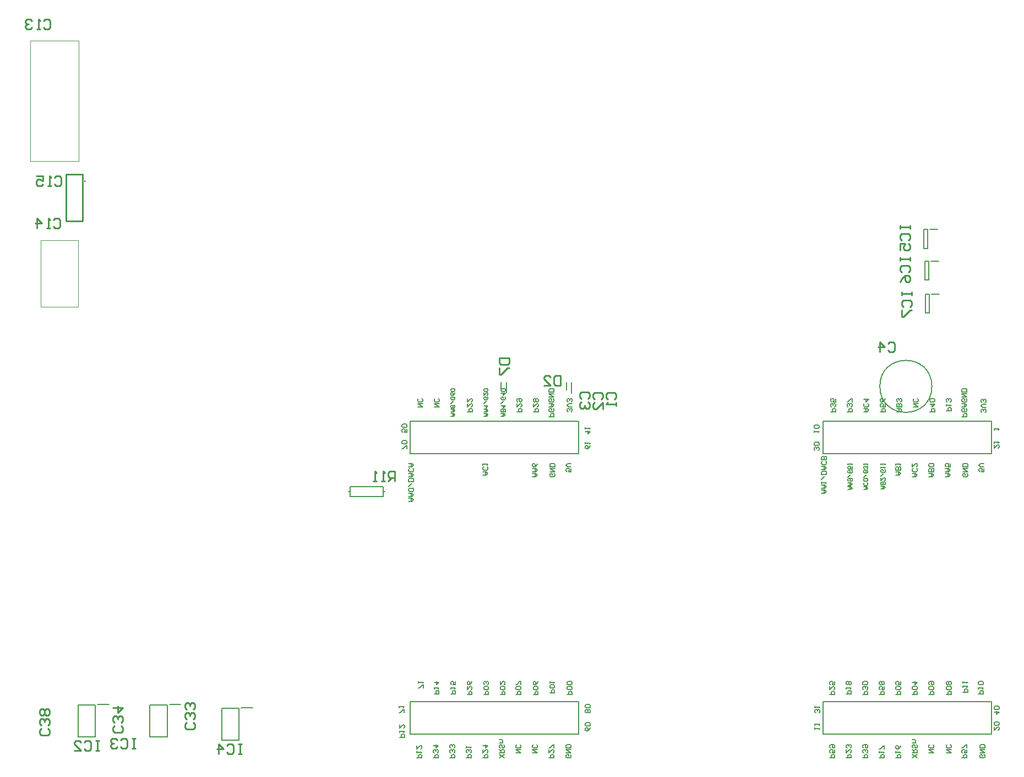
<source format=gbo>
G04*
G04 #@! TF.GenerationSoftware,Altium Limited,Altium Designer,20.0.13 (296)*
G04*
G04 Layer_Color=32896*
%FSLAX24Y24*%
%MOIN*%
G70*
G01*
G75*
%ADD11C,0.0079*%
%ADD12C,0.0039*%
%ADD14C,0.0100*%
%ADD15C,0.0070*%
%ADD102C,0.0060*%
D11*
X55775Y24842D02*
G03*
X55775Y24842I-1575J0D01*
G01*
X34400Y20775D02*
Y22725D01*
X24200Y20775D02*
X34400D01*
X24200Y22725D02*
X34400D01*
X24200Y20775D02*
Y22725D01*
X34400Y3775D02*
Y5725D01*
X24200Y3775D02*
X34400D01*
X24200Y5725D02*
X34400D01*
X24200Y3775D02*
Y5725D01*
X49200Y20775D02*
Y22725D01*
Y20775D02*
X59400D01*
Y22725D01*
X49200D02*
X59400D01*
X49200Y5725D02*
X59400D01*
Y3775D02*
Y5725D01*
X49200Y3775D02*
X59400D01*
X49200D02*
Y5725D01*
X33643Y24614D02*
Y25086D01*
X33957Y24431D02*
Y25086D01*
X29693Y24638D02*
Y25111D01*
X30007Y24455D02*
Y25111D01*
X55664Y34367D02*
X56136D01*
X55526Y33205D02*
Y34347D01*
X55290Y33205D02*
X55526D01*
X55290D02*
Y34347D01*
X55526D01*
X55714Y32441D02*
X56186D01*
X55576Y31279D02*
Y32421D01*
X55340Y31279D02*
X55576D01*
X55340D02*
Y32421D01*
X55576D01*
X55756Y30441D02*
X56228D01*
X55618Y29279D02*
Y30421D01*
X55382Y29279D02*
X55618D01*
X55382D02*
Y30421D01*
X55618D01*
X5259Y5556D02*
X5948D01*
X5122Y3585D02*
Y5515D01*
X4078Y3585D02*
X5122D01*
X4078D02*
Y5515D01*
X5122D01*
X9609Y5556D02*
X10298D01*
X9472Y3585D02*
Y5515D01*
X8428Y3585D02*
X9472D01*
X8428D02*
Y5515D01*
X9472D01*
X13959Y5356D02*
X14648D01*
X13822Y3385D02*
Y5315D01*
X12778Y3385D02*
X13822D01*
X12778D02*
Y5315D01*
X13822D01*
X22550Y18450D02*
X22640D01*
X20460D02*
X20550D01*
X22550D02*
Y18750D01*
X20550D02*
X22550D01*
X20550Y18150D02*
Y18750D01*
Y18150D02*
X22550D01*
Y18450D01*
D12*
X1808Y29649D02*
Y33704D01*
Y29649D02*
X4092D01*
Y33704D01*
X1808D02*
X4092D01*
X1193Y38506D02*
Y45789D01*
Y38506D02*
X4107D01*
Y45789D01*
X1193D02*
X4107D01*
D14*
X4496Y37274D02*
G03*
X4496Y37274I-11J0D01*
G01*
X3358Y37683D02*
X4342D01*
Y34848D02*
Y37683D01*
X3358Y34848D02*
X4342D01*
X3358D02*
Y37683D01*
X6700Y4250D02*
X6800Y4150D01*
Y3950D01*
X6700Y3850D01*
X6300D01*
X6200Y3950D01*
Y4150D01*
X6300Y4250D01*
X6700Y4450D02*
X6800Y4550D01*
Y4750D01*
X6700Y4850D01*
X6600D01*
X6500Y4750D01*
Y4650D01*
Y4750D01*
X6400Y4850D01*
X6300D01*
X6200Y4750D01*
Y4550D01*
X6300Y4450D01*
X6200Y5350D02*
X6800D01*
X6500Y5050D01*
Y5450D01*
X2250Y4100D02*
X2350Y4000D01*
Y3800D01*
X2250Y3700D01*
X1850D01*
X1750Y3800D01*
Y4000D01*
X1850Y4100D01*
X2250Y4300D02*
X2350Y4400D01*
Y4600D01*
X2250Y4700D01*
X2150D01*
X2050Y4600D01*
Y4500D01*
Y4600D01*
X1950Y4700D01*
X1850D01*
X1750Y4600D01*
Y4400D01*
X1850Y4300D01*
X2250Y4900D02*
X2350Y5000D01*
Y5200D01*
X2250Y5300D01*
X2150D01*
X2050Y5200D01*
X1950Y5300D01*
X1850D01*
X1750Y5200D01*
Y5000D01*
X1850Y4900D01*
X1950D01*
X2050Y5000D01*
X2150Y4900D01*
X2250D01*
X2050Y5000D02*
Y5200D01*
X2650Y37500D02*
X2750Y37600D01*
X2950D01*
X3050Y37500D01*
Y37100D01*
X2950Y37000D01*
X2750D01*
X2650Y37100D01*
X2450Y37000D02*
X2250D01*
X2350D01*
Y37600D01*
X2450Y37500D01*
X1550Y37600D02*
X1950D01*
Y37300D01*
X1750Y37400D01*
X1650D01*
X1550Y37300D01*
Y37100D01*
X1650Y37000D01*
X1850D01*
X1950Y37100D01*
X2590Y34920D02*
X2690Y35020D01*
X2890D01*
X2990Y34920D01*
Y34520D01*
X2890Y34420D01*
X2690D01*
X2590Y34520D01*
X2390Y34420D02*
X2190D01*
X2290D01*
Y35020D01*
X2390Y34920D01*
X1590Y34420D02*
Y35020D01*
X1890Y34720D01*
X1490D01*
X1980Y47000D02*
X2080Y47100D01*
X2280D01*
X2380Y47000D01*
Y46600D01*
X2280Y46500D01*
X2080D01*
X1980Y46600D01*
X1780Y46500D02*
X1580D01*
X1680D01*
Y47100D01*
X1780Y47000D01*
X1280D02*
X1180Y47100D01*
X980D01*
X880Y47000D01*
Y46900D01*
X980Y46800D01*
X1080D01*
X980D01*
X880Y46700D01*
Y46600D01*
X980Y46500D01*
X1180D01*
X1280Y46600D01*
X14000Y3150D02*
X13800D01*
X13900D01*
Y2550D01*
X14000D01*
X13800D01*
X13100Y3050D02*
X13200Y3150D01*
X13400D01*
X13500Y3050D01*
Y2650D01*
X13400Y2550D01*
X13200D01*
X13100Y2650D01*
X12600Y2550D02*
Y3150D01*
X12900Y2850D01*
X12500D01*
X53950Y30550D02*
Y30350D01*
Y30450D01*
X54550D01*
Y30550D01*
Y30350D01*
X54050Y29650D02*
X53950Y29750D01*
Y29950D01*
X54050Y30050D01*
X54450D01*
X54550Y29950D01*
Y29750D01*
X54450Y29650D01*
X53950Y29450D02*
Y29050D01*
X54050D01*
X54450Y29450D01*
X54550D01*
X7550Y3500D02*
X7350D01*
X7450D01*
Y2900D01*
X7550D01*
X7350D01*
X6650Y3400D02*
X6750Y3500D01*
X6950D01*
X7050Y3400D01*
Y3000D01*
X6950Y2900D01*
X6750D01*
X6650Y3000D01*
X6450Y3400D02*
X6350Y3500D01*
X6150D01*
X6050Y3400D01*
Y3300D01*
X6150Y3200D01*
X6250D01*
X6150D01*
X6050Y3100D01*
Y3000D01*
X6150Y2900D01*
X6350D01*
X6450Y3000D01*
X53850Y34600D02*
Y34400D01*
Y34500D01*
X54450D01*
Y34600D01*
Y34400D01*
X53950Y33700D02*
X53850Y33800D01*
Y34000D01*
X53950Y34100D01*
X54350D01*
X54450Y34000D01*
Y33800D01*
X54350Y33700D01*
X53850Y33100D02*
Y33500D01*
X54150D01*
X54050Y33300D01*
Y33200D01*
X54150Y33100D01*
X54350D01*
X54450Y33200D01*
Y33400D01*
X54350Y33500D01*
X53850Y32650D02*
Y32450D01*
Y32550D01*
X54450D01*
Y32650D01*
Y32450D01*
X53950Y31750D02*
X53850Y31850D01*
Y32050D01*
X53950Y32150D01*
X54350D01*
X54450Y32050D01*
Y31850D01*
X54350Y31750D01*
X53850Y31150D02*
X53950Y31350D01*
X54150Y31550D01*
X54350D01*
X54450Y31450D01*
Y31250D01*
X54350Y31150D01*
X54250D01*
X54150Y31250D01*
Y31550D01*
X5350Y3350D02*
X5150D01*
X5250D01*
Y2750D01*
X5350D01*
X5150D01*
X4450Y3250D02*
X4550Y3350D01*
X4750D01*
X4850Y3250D01*
Y2850D01*
X4750Y2750D01*
X4550D01*
X4450Y2850D01*
X3850Y2750D02*
X4250D01*
X3850Y3150D01*
Y3250D01*
X3950Y3350D01*
X4150D01*
X4250Y3250D01*
X29600Y26574D02*
X30200D01*
Y26274D01*
X30100Y26174D01*
X29700D01*
X29600Y26274D01*
Y26574D01*
Y25974D02*
Y25575D01*
X29700D01*
X30100Y25974D01*
X30200D01*
X33300Y25500D02*
Y24900D01*
X33000D01*
X32900Y25000D01*
Y25400D01*
X33000Y25500D01*
X33300D01*
X32300Y24900D02*
X32700D01*
X32300Y25300D01*
Y25400D01*
X32400Y25500D01*
X32600D01*
X32700Y25400D01*
X11050Y4450D02*
X11150Y4350D01*
Y4150D01*
X11050Y4050D01*
X10650D01*
X10550Y4150D01*
Y4350D01*
X10650Y4450D01*
X11050Y4650D02*
X11150Y4750D01*
Y4950D01*
X11050Y5050D01*
X10950D01*
X10850Y4950D01*
Y4850D01*
Y4950D01*
X10750Y5050D01*
X10650D01*
X10550Y4950D01*
Y4750D01*
X10650Y4650D01*
X11050Y5250D02*
X11150Y5350D01*
Y5550D01*
X11050Y5650D01*
X10950D01*
X10850Y5550D01*
Y5450D01*
Y5550D01*
X10750Y5650D01*
X10650D01*
X10550Y5550D01*
Y5350D01*
X10650Y5250D01*
X36150Y24050D02*
X36050Y24150D01*
Y24350D01*
X36150Y24450D01*
X36550D01*
X36650Y24350D01*
Y24150D01*
X36550Y24050D01*
X36650Y23850D02*
Y23650D01*
Y23750D01*
X36050D01*
X36150Y23850D01*
X53120Y27420D02*
X53220Y27520D01*
X53420D01*
X53520Y27420D01*
Y27020D01*
X53420Y26920D01*
X53220D01*
X53120Y27020D01*
X52620Y26920D02*
Y27520D01*
X52920Y27220D01*
X52520D01*
X35350Y24050D02*
X35250Y24150D01*
Y24350D01*
X35350Y24450D01*
X35750D01*
X35850Y24350D01*
Y24150D01*
X35750Y24050D01*
X35850Y23450D02*
Y23850D01*
X35450Y23450D01*
X35350D01*
X35250Y23550D01*
Y23750D01*
X35350Y23850D01*
X34550Y24100D02*
X34450Y24200D01*
Y24400D01*
X34550Y24500D01*
X34950D01*
X35050Y24400D01*
Y24200D01*
X34950Y24100D01*
X34550Y23900D02*
X34450Y23800D01*
Y23600D01*
X34550Y23500D01*
X34650D01*
X34750Y23600D01*
Y23700D01*
Y23600D01*
X34850Y23500D01*
X34950D01*
X35050Y23600D01*
Y23800D01*
X34950Y23900D01*
X23270Y19090D02*
Y19690D01*
X22970D01*
X22870Y19590D01*
Y19390D01*
X22970Y19290D01*
X23270D01*
X23070D02*
X22870Y19090D01*
X22670D02*
X22470D01*
X22570D01*
Y19690D01*
X22670Y19590D01*
X22170Y19090D02*
X21970D01*
X22070D01*
Y19690D01*
X22170Y19590D01*
D15*
X49100Y18350D02*
X49300D01*
X49400Y18450D01*
X49300Y18550D01*
X49100D01*
X49250D01*
Y18350D01*
X49100Y18650D02*
X49300D01*
X49400Y18750D01*
X49300Y18850D01*
X49100D01*
X49250D01*
Y18650D01*
X49100Y18950D02*
Y19050D01*
Y19000D01*
X49400D01*
X49350Y18950D01*
X49100Y19200D02*
X49300Y19400D01*
X49400Y19500D02*
X49100D01*
Y19650D01*
X49150Y19700D01*
X49350D01*
X49400Y19650D01*
Y19500D01*
X49100Y19800D02*
X49300D01*
X49400Y19899D01*
X49300Y19999D01*
X49100D01*
X49250D01*
Y19800D01*
X49350Y20299D02*
X49400Y20249D01*
Y20149D01*
X49350Y20099D01*
X49150D01*
X49100Y20149D01*
Y20249D01*
X49150Y20299D01*
X49400Y20399D02*
X49100D01*
Y20549D01*
X49150Y20599D01*
X49200D01*
X49250Y20549D01*
Y20399D01*
Y20549D01*
X49300Y20599D01*
X49350D01*
X49400Y20549D01*
Y20399D01*
X51650Y23300D02*
X51850D01*
X51950Y23400D01*
X51850Y23500D01*
X51650D01*
X51800D01*
Y23300D01*
X51900Y23800D02*
X51950Y23750D01*
Y23650D01*
X51900Y23600D01*
X51700D01*
X51650Y23650D01*
Y23750D01*
X51700Y23800D01*
X51650Y24049D02*
X51950D01*
X51800Y23900D01*
Y24099D01*
X53650Y23300D02*
X53850D01*
X53950Y23400D01*
X53850Y23500D01*
X53650D01*
X53800D01*
Y23300D01*
X53950Y23600D02*
X53650D01*
Y23750D01*
X53700Y23800D01*
X53750D01*
X53800Y23750D01*
Y23600D01*
Y23750D01*
X53850Y23800D01*
X53900D01*
X53950Y23750D01*
Y23600D01*
X53900Y23900D02*
X53950Y23949D01*
Y24049D01*
X53900Y24099D01*
X53850D01*
X53800Y24049D01*
Y23999D01*
Y24049D01*
X53750Y24099D01*
X53700D01*
X53650Y24049D01*
Y23949D01*
X53700Y23900D01*
X54650Y23600D02*
X54950D01*
X54650Y23800D01*
X54950D01*
X54900Y24099D02*
X54950Y24049D01*
Y23949D01*
X54900Y23900D01*
X54700D01*
X54650Y23949D01*
Y24049D01*
X54700Y24099D01*
X56600Y19366D02*
X56800D01*
X56900Y19466D01*
X56800Y19566D01*
X56600D01*
X56750D01*
Y19366D01*
X56600Y19666D02*
X56800D01*
X56900Y19766D01*
X56800Y19866D01*
X56600D01*
X56750D01*
Y19666D01*
X56900Y20166D02*
Y19966D01*
X56750D01*
X56800Y20066D01*
Y20116D01*
X56750Y20166D01*
X56650D01*
X56600Y20116D01*
Y20016D01*
X56650Y19966D01*
X55600Y19366D02*
X55800D01*
X55900Y19466D01*
X55800Y19566D01*
X55600D01*
X55750D01*
Y19366D01*
X55900Y19666D02*
X55600D01*
Y19816D01*
X55650Y19866D01*
X55700D01*
X55750Y19816D01*
Y19666D01*
Y19816D01*
X55800Y19866D01*
X55850D01*
X55900Y19816D01*
Y19666D01*
X55850Y19966D02*
X55900Y20016D01*
Y20116D01*
X55850Y20166D01*
X55650D01*
X55600Y20116D01*
Y20016D01*
X55650Y19966D01*
X55850D01*
X54600Y19366D02*
X54800D01*
X54900Y19466D01*
X54800Y19566D01*
X54600D01*
X54750D01*
Y19366D01*
X54850Y19866D02*
X54900Y19816D01*
Y19716D01*
X54850Y19666D01*
X54650D01*
X54600Y19716D01*
Y19816D01*
X54650Y19866D01*
X54600Y20166D02*
Y19966D01*
X54800Y20166D01*
X54850D01*
X54900Y20116D01*
Y20016D01*
X54850Y19966D01*
X53600Y19466D02*
X53800D01*
X53900Y19566D01*
X53800Y19666D01*
X53600D01*
X53750D01*
Y19466D01*
X53900Y19766D02*
X53600D01*
Y19916D01*
X53650Y19966D01*
X53700D01*
X53750Y19916D01*
Y19766D01*
Y19916D01*
X53800Y19966D01*
X53850D01*
X53900Y19916D01*
Y19766D01*
X53600Y20066D02*
Y20166D01*
Y20116D01*
X53900D01*
X53850Y20066D01*
X57600Y23000D02*
X57900D01*
Y23150D01*
X57850Y23200D01*
X57750D01*
X57700Y23150D01*
Y23000D01*
X57850Y23500D02*
X57900Y23450D01*
Y23350D01*
X57850Y23300D01*
X57650D01*
X57600Y23350D01*
Y23450D01*
X57650Y23500D01*
X57750D01*
Y23400D01*
X57600Y23600D02*
X57800D01*
X57900Y23700D01*
X57800Y23800D01*
X57600D01*
X57750D01*
Y23600D01*
X57850Y24100D02*
X57900Y24050D01*
Y23950D01*
X57850Y23900D01*
X57650D01*
X57600Y23950D01*
Y24050D01*
X57650Y24100D01*
X57750D01*
Y24000D01*
X57600Y24200D02*
X57900D01*
X57600Y24400D01*
X57900D01*
Y24500D02*
X57600D01*
Y24649D01*
X57650Y24699D01*
X57850D01*
X57900Y24649D01*
Y24500D01*
X56650Y23350D02*
X56950D01*
Y23500D01*
X56900Y23550D01*
X56800D01*
X56750Y23500D01*
Y23350D01*
X56650Y23650D02*
Y23750D01*
Y23700D01*
X56950D01*
X56900Y23650D01*
Y23900D02*
X56950Y23949D01*
Y24049D01*
X56900Y24099D01*
X56850D01*
X56800Y24049D01*
Y23999D01*
Y24049D01*
X56750Y24099D01*
X56700D01*
X56650Y24049D01*
Y23949D01*
X56700Y23900D01*
X55650Y23300D02*
X55950D01*
Y23450D01*
X55900Y23500D01*
X55800D01*
X55750Y23450D01*
Y23300D01*
X55650Y23750D02*
X55950D01*
X55800Y23600D01*
Y23800D01*
X55900Y23900D02*
X55950Y23949D01*
Y24049D01*
X55900Y24099D01*
X55700D01*
X55650Y24049D01*
Y23949D01*
X55700Y23900D01*
X55900D01*
X52650Y23300D02*
X52950D01*
Y23450D01*
X52900Y23500D01*
X52800D01*
X52750Y23450D01*
Y23300D01*
X52950Y23800D02*
Y23600D01*
X52800D01*
X52850Y23700D01*
Y23750D01*
X52800Y23800D01*
X52700D01*
X52650Y23750D01*
Y23650D01*
X52700Y23600D01*
X52950Y24099D02*
X52900Y23999D01*
X52800Y23900D01*
X52700D01*
X52650Y23949D01*
Y24049D01*
X52700Y24099D01*
X52750D01*
X52800Y24049D01*
Y23900D01*
X50650Y23300D02*
X50950D01*
Y23450D01*
X50900Y23500D01*
X50800D01*
X50750Y23450D01*
Y23300D01*
X50900Y23600D02*
X50950Y23650D01*
Y23750D01*
X50900Y23800D01*
X50850D01*
X50800Y23750D01*
Y23700D01*
Y23750D01*
X50750Y23800D01*
X50700D01*
X50650Y23750D01*
Y23650D01*
X50700Y23600D01*
X50950Y23900D02*
Y24099D01*
X50900D01*
X50700Y23900D01*
X50650D01*
X49650Y23300D02*
X49950D01*
Y23450D01*
X49900Y23500D01*
X49800D01*
X49750Y23450D01*
Y23300D01*
X49900Y23600D02*
X49950Y23650D01*
Y23750D01*
X49900Y23800D01*
X49850D01*
X49800Y23750D01*
Y23700D01*
Y23750D01*
X49750Y23800D01*
X49700D01*
X49650Y23750D01*
Y23650D01*
X49700Y23600D01*
X49950Y24099D02*
Y23900D01*
X49800D01*
X49850Y23999D01*
Y24049D01*
X49800Y24099D01*
X49700D01*
X49650Y24049D01*
Y23949D01*
X49700Y23900D01*
X24650Y23600D02*
X24950D01*
X24650Y23800D01*
X24950D01*
X24900Y24099D02*
X24950Y24049D01*
Y23949D01*
X24900Y23900D01*
X24700D01*
X24650Y23949D01*
Y24049D01*
X24700Y24099D01*
X25650Y23600D02*
X25950D01*
X25650Y23800D01*
X25950D01*
X25900Y24099D02*
X25950Y24049D01*
Y23949D01*
X25900Y23900D01*
X25700D01*
X25650Y23949D01*
Y24049D01*
X25700Y24099D01*
X27650Y23300D02*
X27950D01*
Y23450D01*
X27900Y23500D01*
X27800D01*
X27750Y23450D01*
Y23300D01*
X27650Y23800D02*
Y23600D01*
X27850Y23800D01*
X27900D01*
X27950Y23750D01*
Y23650D01*
X27900Y23600D01*
X27650Y24099D02*
Y23900D01*
X27850Y24099D01*
X27900D01*
X27950Y24049D01*
Y23949D01*
X27900Y23900D01*
X30650Y23300D02*
X30950D01*
Y23450D01*
X30900Y23500D01*
X30800D01*
X30750Y23450D01*
Y23300D01*
X30650Y23800D02*
Y23600D01*
X30850Y23800D01*
X30900D01*
X30950Y23750D01*
Y23650D01*
X30900Y23600D01*
X30700Y23900D02*
X30650Y23949D01*
Y24049D01*
X30700Y24099D01*
X30900D01*
X30950Y24049D01*
Y23949D01*
X30900Y23900D01*
X30850D01*
X30800Y23949D01*
Y24099D01*
X31650Y23300D02*
X31950D01*
Y23450D01*
X31900Y23500D01*
X31800D01*
X31750Y23450D01*
Y23300D01*
X31650Y23800D02*
Y23600D01*
X31850Y23800D01*
X31900D01*
X31950Y23750D01*
Y23650D01*
X31900Y23600D01*
Y23900D02*
X31950Y23949D01*
Y24049D01*
X31900Y24099D01*
X31850D01*
X31800Y24049D01*
X31750Y24099D01*
X31700D01*
X31650Y24049D01*
Y23949D01*
X31700Y23900D01*
X31750D01*
X31800Y23949D01*
X31850Y23900D01*
X31900D01*
X31800Y23949D02*
Y24049D01*
X32600Y23000D02*
X32900D01*
Y23150D01*
X32850Y23200D01*
X32750D01*
X32700Y23150D01*
Y23000D01*
X32850Y23500D02*
X32900Y23450D01*
Y23350D01*
X32850Y23300D01*
X32650D01*
X32600Y23350D01*
Y23450D01*
X32650Y23500D01*
X32750D01*
Y23400D01*
X32600Y23600D02*
X32800D01*
X32900Y23700D01*
X32800Y23800D01*
X32600D01*
X32750D01*
Y23600D01*
X32850Y24100D02*
X32900Y24050D01*
Y23950D01*
X32850Y23900D01*
X32650D01*
X32600Y23950D01*
Y24050D01*
X32650Y24100D01*
X32750D01*
Y24000D01*
X32600Y24200D02*
X32900D01*
X32600Y24400D01*
X32900D01*
Y24500D02*
X32600D01*
Y24649D01*
X32650Y24699D01*
X32850D01*
X32900Y24649D01*
Y24500D01*
X24100Y17866D02*
X24300D01*
X24400Y17966D01*
X24300Y18066D01*
X24100D01*
X24250D01*
Y17866D01*
X24100Y18166D02*
X24300D01*
X24400Y18266D01*
X24300Y18366D01*
X24100D01*
X24250D01*
Y18166D01*
X24350Y18466D02*
X24400Y18516D01*
Y18616D01*
X24350Y18666D01*
X24150D01*
X24100Y18616D01*
Y18516D01*
X24150Y18466D01*
X24350D01*
X24100Y18766D02*
X24300Y18966D01*
X24400Y19066D02*
X24100D01*
Y19216D01*
X24150Y19266D01*
X24350D01*
X24400Y19216D01*
Y19066D01*
X24100Y19366D02*
X24300D01*
X24400Y19466D01*
X24300Y19566D01*
X24100D01*
X24250D01*
Y19366D01*
X24350Y19866D02*
X24400Y19816D01*
Y19716D01*
X24350Y19666D01*
X24150D01*
X24100Y19716D01*
Y19816D01*
X24150Y19866D01*
X24100Y19966D02*
X24300D01*
X24400Y20066D01*
X24300Y20166D01*
X24100D01*
X24250D01*
Y19966D01*
X28600Y19466D02*
X28800D01*
X28900Y19566D01*
X28800Y19666D01*
X28600D01*
X28750D01*
Y19466D01*
X28850Y19966D02*
X28900Y19916D01*
Y19816D01*
X28850Y19766D01*
X28650D01*
X28600Y19816D01*
Y19916D01*
X28650Y19966D01*
X28600Y20066D02*
Y20166D01*
Y20116D01*
X28900D01*
X28850Y20066D01*
X31600Y19366D02*
X31800D01*
X31900Y19466D01*
X31800Y19566D01*
X31600D01*
X31750D01*
Y19366D01*
X31600Y19666D02*
X31800D01*
X31900Y19766D01*
X31800Y19866D01*
X31600D01*
X31750D01*
Y19666D01*
X31900Y20166D02*
X31850Y20066D01*
X31750Y19966D01*
X31650D01*
X31600Y20016D01*
Y20116D01*
X31650Y20166D01*
X31700D01*
X31750Y20116D01*
Y19966D01*
X32600Y2319D02*
X32900D01*
Y2469D01*
X32850Y2519D01*
X32750D01*
X32700Y2469D01*
Y2319D01*
X32600Y2819D02*
Y2619D01*
X32800Y2819D01*
X32850D01*
X32900Y2769D01*
Y2669D01*
X32850Y2619D01*
X32900Y2919D02*
Y3119D01*
X32850D01*
X32650Y2919D01*
X32600D01*
X31600Y2619D02*
X31900D01*
X31600Y2819D01*
X31900D01*
X31850Y3119D02*
X31900Y3069D01*
Y2969D01*
X31850Y2919D01*
X31650D01*
X31600Y2969D01*
Y3069D01*
X31650Y3119D01*
X30600Y2619D02*
X30900D01*
X30600Y2819D01*
X30900D01*
X30850Y3119D02*
X30900Y3069D01*
Y2969D01*
X30850Y2919D01*
X30650D01*
X30600Y2969D01*
Y3069D01*
X30650Y3119D01*
X29900Y2319D02*
X29600Y2519D01*
X29900D02*
X29600Y2319D01*
Y2619D02*
X29900D01*
Y2769D01*
X29850Y2819D01*
X29750D01*
X29700Y2769D01*
Y2619D01*
Y2719D02*
X29600Y2819D01*
X29850Y3119D02*
X29900Y3069D01*
Y2969D01*
X29850Y2919D01*
X29800D01*
X29750Y2969D01*
Y3069D01*
X29700Y3119D01*
X29650D01*
X29600Y3069D01*
Y2969D01*
X29650Y2919D01*
X29600Y3219D02*
X29800D01*
Y3368D01*
X29750Y3418D01*
X29600D01*
X28600Y2319D02*
X28900D01*
Y2469D01*
X28850Y2519D01*
X28750D01*
X28700Y2469D01*
Y2319D01*
X28600Y2819D02*
Y2619D01*
X28800Y2819D01*
X28850D01*
X28900Y2769D01*
Y2669D01*
X28850Y2619D01*
X28600Y3069D02*
X28900D01*
X28750Y2919D01*
Y3119D01*
X27600Y2319D02*
X27900D01*
Y2469D01*
X27850Y2519D01*
X27750D01*
X27700Y2469D01*
Y2319D01*
X27850Y2619D02*
X27900Y2669D01*
Y2769D01*
X27850Y2819D01*
X27800D01*
X27750Y2769D01*
Y2719D01*
Y2769D01*
X27700Y2819D01*
X27650D01*
X27600Y2769D01*
Y2669D01*
X27650Y2619D01*
X27600Y2919D02*
Y3019D01*
Y2969D01*
X27900D01*
X27850Y2919D01*
X26600Y2319D02*
X26900D01*
Y2469D01*
X26850Y2519D01*
X26750D01*
X26700Y2469D01*
Y2319D01*
X26850Y2619D02*
X26900Y2669D01*
Y2769D01*
X26850Y2819D01*
X26800D01*
X26750Y2769D01*
Y2719D01*
Y2769D01*
X26700Y2819D01*
X26650D01*
X26600Y2769D01*
Y2669D01*
X26650Y2619D01*
X26850Y2919D02*
X26900Y2969D01*
Y3069D01*
X26850Y3119D01*
X26800D01*
X26750Y3069D01*
Y3019D01*
Y3069D01*
X26700Y3119D01*
X26650D01*
X26600Y3069D01*
Y2969D01*
X26650Y2919D01*
X25600Y2319D02*
X25900D01*
Y2469D01*
X25850Y2519D01*
X25750D01*
X25700Y2469D01*
Y2319D01*
X25850Y2619D02*
X25900Y2669D01*
Y2769D01*
X25850Y2819D01*
X25800D01*
X25750Y2769D01*
Y2719D01*
Y2769D01*
X25700Y2819D01*
X25650D01*
X25600Y2769D01*
Y2669D01*
X25650Y2619D01*
X25600Y3069D02*
X25900D01*
X25750Y2919D01*
Y3119D01*
X24600Y2319D02*
X24900D01*
Y2469D01*
X24850Y2519D01*
X24750D01*
X24700Y2469D01*
Y2319D01*
X24600Y2619D02*
Y2719D01*
Y2669D01*
X24900D01*
X24850Y2619D01*
X24600Y3069D02*
Y2869D01*
X24800Y3069D01*
X24850D01*
X24900Y3019D01*
Y2919D01*
X24850Y2869D01*
X33687Y6152D02*
X33986D01*
Y6302D01*
X33936Y6352D01*
X33837D01*
X33787Y6302D01*
Y6152D01*
X33936Y6452D02*
X33986Y6502D01*
Y6602D01*
X33936Y6652D01*
X33737D01*
X33687Y6602D01*
Y6502D01*
X33737Y6452D01*
X33936D01*
Y6752D02*
X33986Y6802D01*
Y6902D01*
X33936Y6951D01*
X33737D01*
X33687Y6902D01*
Y6802D01*
X33737Y6752D01*
X33936D01*
X32637Y6252D02*
X32936D01*
Y6402D01*
X32886Y6452D01*
X32787D01*
X32737Y6402D01*
Y6252D01*
X32886Y6552D02*
X32936Y6602D01*
Y6702D01*
X32886Y6752D01*
X32687D01*
X32637Y6702D01*
Y6602D01*
X32687Y6552D01*
X32886D01*
X32637Y6852D02*
Y6951D01*
Y6902D01*
X32936D01*
X32886Y6852D01*
X31637Y6152D02*
X31936D01*
Y6302D01*
X31886Y6352D01*
X31787D01*
X31737Y6302D01*
Y6152D01*
X31886Y6452D02*
X31936Y6502D01*
Y6602D01*
X31886Y6652D01*
X31687D01*
X31637Y6602D01*
Y6502D01*
X31687Y6452D01*
X31886D01*
X31936Y6951D02*
X31886Y6852D01*
X31787Y6752D01*
X31687D01*
X31637Y6802D01*
Y6902D01*
X31687Y6951D01*
X31737D01*
X31787Y6902D01*
Y6752D01*
X30587Y6152D02*
X30886D01*
Y6302D01*
X30836Y6352D01*
X30737D01*
X30687Y6302D01*
Y6152D01*
X30836Y6452D02*
X30886Y6502D01*
Y6602D01*
X30836Y6652D01*
X30637D01*
X30587Y6602D01*
Y6502D01*
X30637Y6452D01*
X30836D01*
X30886Y6752D02*
Y6951D01*
X30836D01*
X30637Y6752D01*
X30587D01*
X29637Y6152D02*
X29936D01*
Y6302D01*
X29886Y6352D01*
X29787D01*
X29737Y6302D01*
Y6152D01*
X29886Y6452D02*
X29936Y6502D01*
Y6602D01*
X29886Y6652D01*
X29687D01*
X29637Y6602D01*
Y6502D01*
X29687Y6452D01*
X29886D01*
X29637Y6951D02*
Y6752D01*
X29836Y6951D01*
X29886D01*
X29936Y6902D01*
Y6802D01*
X29886Y6752D01*
X28637Y6152D02*
X28936D01*
Y6302D01*
X28886Y6352D01*
X28787D01*
X28737Y6302D01*
Y6152D01*
X28886Y6452D02*
X28936Y6502D01*
Y6602D01*
X28886Y6652D01*
X28687D01*
X28637Y6602D01*
Y6502D01*
X28687Y6452D01*
X28886D01*
Y6752D02*
X28936Y6802D01*
Y6902D01*
X28886Y6951D01*
X28836D01*
X28787Y6902D01*
Y6852D01*
Y6902D01*
X28737Y6951D01*
X28687D01*
X28637Y6902D01*
Y6802D01*
X28687Y6752D01*
X27637Y6152D02*
X27936D01*
Y6302D01*
X27886Y6352D01*
X27787D01*
X27737Y6302D01*
Y6152D01*
X27637Y6652D02*
Y6452D01*
X27836Y6652D01*
X27886D01*
X27936Y6602D01*
Y6502D01*
X27886Y6452D01*
X27936Y6951D02*
X27886Y6852D01*
X27787Y6752D01*
X27687D01*
X27637Y6802D01*
Y6902D01*
X27687Y6951D01*
X27737D01*
X27787Y6902D01*
Y6752D01*
X26637Y6202D02*
X26936D01*
Y6352D01*
X26886Y6402D01*
X26787D01*
X26737Y6352D01*
Y6202D01*
X26637Y6502D02*
Y6602D01*
Y6552D01*
X26936D01*
X26886Y6502D01*
X26936Y6951D02*
Y6752D01*
X26787D01*
X26836Y6852D01*
Y6902D01*
X26787Y6951D01*
X26687D01*
X26637Y6902D01*
Y6802D01*
X26687Y6752D01*
X25637Y6202D02*
X25936D01*
Y6352D01*
X25886Y6402D01*
X25787D01*
X25737Y6352D01*
Y6202D01*
X25637Y6502D02*
Y6602D01*
Y6552D01*
X25936D01*
X25886Y6502D01*
X25637Y6902D02*
X25936D01*
X25787Y6752D01*
Y6951D01*
X49600Y6152D02*
X49900D01*
Y6302D01*
X49850Y6352D01*
X49750D01*
X49700Y6302D01*
Y6152D01*
X49600Y6652D02*
Y6452D01*
X49800Y6652D01*
X49850D01*
X49900Y6602D01*
Y6502D01*
X49850Y6452D01*
X49900Y6951D02*
Y6752D01*
X49750D01*
X49800Y6852D01*
Y6902D01*
X49750Y6951D01*
X49650D01*
X49600Y6902D01*
Y6802D01*
X49650Y6752D01*
X50600Y6202D02*
X50900D01*
Y6352D01*
X50850Y6402D01*
X50750D01*
X50700Y6352D01*
Y6202D01*
X50600Y6502D02*
Y6602D01*
Y6552D01*
X50900D01*
X50850Y6502D01*
Y6752D02*
X50900Y6802D01*
Y6902D01*
X50850Y6951D01*
X50800D01*
X50750Y6902D01*
X50700Y6951D01*
X50650D01*
X50600Y6902D01*
Y6802D01*
X50650Y6752D01*
X50700D01*
X50750Y6802D01*
X50800Y6752D01*
X50850D01*
X50750Y6802D02*
Y6902D01*
X51600Y6152D02*
X51900D01*
Y6302D01*
X51850Y6352D01*
X51750D01*
X51700Y6302D01*
Y6152D01*
X51850Y6452D02*
X51900Y6502D01*
Y6602D01*
X51850Y6652D01*
X51800D01*
X51750Y6602D01*
Y6552D01*
Y6602D01*
X51700Y6652D01*
X51650D01*
X51600Y6602D01*
Y6502D01*
X51650Y6452D01*
X51850Y6752D02*
X51900Y6802D01*
Y6902D01*
X51850Y6951D01*
X51650D01*
X51600Y6902D01*
Y6802D01*
X51650Y6752D01*
X51850D01*
X52600Y6152D02*
X52900D01*
Y6302D01*
X52850Y6352D01*
X52750D01*
X52700Y6302D01*
Y6152D01*
X52900Y6652D02*
Y6452D01*
X52750D01*
X52800Y6552D01*
Y6602D01*
X52750Y6652D01*
X52650D01*
X52600Y6602D01*
Y6502D01*
X52650Y6452D01*
X52850Y6752D02*
X52900Y6802D01*
Y6902D01*
X52850Y6951D01*
X52800D01*
X52750Y6902D01*
X52700Y6951D01*
X52650D01*
X52600Y6902D01*
Y6802D01*
X52650Y6752D01*
X52700D01*
X52750Y6802D01*
X52800Y6752D01*
X52850D01*
X52750Y6802D02*
Y6902D01*
X53600Y6152D02*
X53900D01*
Y6302D01*
X53850Y6352D01*
X53750D01*
X53700Y6302D01*
Y6152D01*
X53850Y6452D02*
X53900Y6502D01*
Y6602D01*
X53850Y6652D01*
X53650D01*
X53600Y6602D01*
Y6502D01*
X53650Y6452D01*
X53850D01*
X53900Y6951D02*
Y6752D01*
X53750D01*
X53800Y6852D01*
Y6902D01*
X53750Y6951D01*
X53650D01*
X53600Y6902D01*
Y6802D01*
X53650Y6752D01*
X54600Y6152D02*
X54900D01*
Y6302D01*
X54850Y6352D01*
X54750D01*
X54700Y6302D01*
Y6152D01*
X54850Y6452D02*
X54900Y6502D01*
Y6602D01*
X54850Y6652D01*
X54650D01*
X54600Y6602D01*
Y6502D01*
X54650Y6452D01*
X54850D01*
X54600Y6902D02*
X54900D01*
X54750Y6752D01*
Y6951D01*
X55600Y6152D02*
X55900D01*
Y6302D01*
X55850Y6352D01*
X55750D01*
X55700Y6302D01*
Y6152D01*
X55850Y6452D02*
X55900Y6502D01*
Y6602D01*
X55850Y6652D01*
X55650D01*
X55600Y6602D01*
Y6502D01*
X55650Y6452D01*
X55850D01*
X55650Y6752D02*
X55600Y6802D01*
Y6902D01*
X55650Y6951D01*
X55850D01*
X55900Y6902D01*
Y6802D01*
X55850Y6752D01*
X55800D01*
X55750Y6802D01*
Y6951D01*
X56650Y6152D02*
X56950D01*
Y6302D01*
X56900Y6352D01*
X56800D01*
X56750Y6302D01*
Y6152D01*
X56900Y6452D02*
X56950Y6502D01*
Y6602D01*
X56900Y6652D01*
X56700D01*
X56650Y6602D01*
Y6502D01*
X56700Y6452D01*
X56900D01*
Y6752D02*
X56950Y6802D01*
Y6902D01*
X56900Y6951D01*
X56850D01*
X56800Y6902D01*
X56750Y6951D01*
X56700D01*
X56650Y6902D01*
Y6802D01*
X56700Y6752D01*
X56750D01*
X56800Y6802D01*
X56850Y6752D01*
X56900D01*
X56800Y6802D02*
Y6902D01*
X57650Y6302D02*
X57950D01*
Y6452D01*
X57900Y6502D01*
X57800D01*
X57750Y6452D01*
Y6302D01*
X57650Y6602D02*
Y6702D01*
Y6652D01*
X57950D01*
X57900Y6602D01*
X57650Y6852D02*
Y6951D01*
Y6902D01*
X57950D01*
X57900Y6852D01*
X58600Y6202D02*
X58900D01*
Y6352D01*
X58850Y6402D01*
X58750D01*
X58700Y6352D01*
Y6202D01*
X58600Y6502D02*
Y6602D01*
Y6552D01*
X58900D01*
X58850Y6502D01*
Y6752D02*
X58900Y6802D01*
Y6902D01*
X58850Y6951D01*
X58650D01*
X58600Y6902D01*
Y6802D01*
X58650Y6752D01*
X58850D01*
X49600Y2319D02*
X49900D01*
Y2469D01*
X49850Y2519D01*
X49750D01*
X49700Y2469D01*
Y2319D01*
X49900Y2819D02*
Y2619D01*
X49750D01*
X49800Y2719D01*
Y2769D01*
X49750Y2819D01*
X49650D01*
X49600Y2769D01*
Y2669D01*
X49650Y2619D01*
Y2919D02*
X49600Y2969D01*
Y3069D01*
X49650Y3119D01*
X49850D01*
X49900Y3069D01*
Y2969D01*
X49850Y2919D01*
X49800D01*
X49750Y2969D01*
Y3119D01*
X50600Y2319D02*
X50900D01*
Y2469D01*
X50850Y2519D01*
X50750D01*
X50700Y2469D01*
Y2319D01*
X50600Y2819D02*
Y2619D01*
X50800Y2819D01*
X50850D01*
X50900Y2769D01*
Y2669D01*
X50850Y2619D01*
Y2919D02*
X50900Y2969D01*
Y3069D01*
X50850Y3119D01*
X50800D01*
X50750Y3069D01*
Y3019D01*
Y3069D01*
X50700Y3119D01*
X50650D01*
X50600Y3069D01*
Y2969D01*
X50650Y2919D01*
X51600Y2319D02*
X51900D01*
Y2469D01*
X51850Y2519D01*
X51750D01*
X51700Y2469D01*
Y2319D01*
X51850Y2619D02*
X51900Y2669D01*
Y2769D01*
X51850Y2819D01*
X51800D01*
X51750Y2769D01*
Y2719D01*
Y2769D01*
X51700Y2819D01*
X51650D01*
X51600Y2769D01*
Y2669D01*
X51650Y2619D01*
Y2919D02*
X51600Y2969D01*
Y3069D01*
X51650Y3119D01*
X51850D01*
X51900Y3069D01*
Y2969D01*
X51850Y2919D01*
X51800D01*
X51750Y2969D01*
Y3119D01*
X52600Y2319D02*
X52900D01*
Y2469D01*
X52850Y2519D01*
X52750D01*
X52700Y2469D01*
Y2319D01*
X52600Y2619D02*
Y2719D01*
Y2669D01*
X52900D01*
X52850Y2619D01*
X52900Y2869D02*
Y3069D01*
X52850D01*
X52650Y2869D01*
X52600D01*
X53600Y2319D02*
X53900D01*
Y2469D01*
X53850Y2519D01*
X53750D01*
X53700Y2469D01*
Y2319D01*
X53600Y2619D02*
Y2719D01*
Y2669D01*
X53900D01*
X53850Y2619D01*
X53900Y3069D02*
X53850Y2969D01*
X53750Y2869D01*
X53650D01*
X53600Y2919D01*
Y3019D01*
X53650Y3069D01*
X53700D01*
X53750Y3019D01*
Y2869D01*
X54900Y2319D02*
X54600Y2519D01*
X54900D02*
X54600Y2319D01*
Y2619D02*
X54900D01*
Y2769D01*
X54850Y2819D01*
X54750D01*
X54700Y2769D01*
Y2619D01*
Y2719D02*
X54600Y2819D01*
X54850Y3119D02*
X54900Y3069D01*
Y2969D01*
X54850Y2919D01*
X54800D01*
X54750Y2969D01*
Y3069D01*
X54700Y3119D01*
X54650D01*
X54600Y3069D01*
Y2969D01*
X54650Y2919D01*
X54600Y3219D02*
X54800D01*
Y3368D01*
X54750Y3418D01*
X54600D01*
X55600Y2619D02*
X55900D01*
X55600Y2819D01*
X55900D01*
X55850Y3119D02*
X55900Y3069D01*
Y2969D01*
X55850Y2919D01*
X55650D01*
X55600Y2969D01*
Y3069D01*
X55650Y3119D01*
X56650Y2619D02*
X56950D01*
X56650Y2819D01*
X56950D01*
X56900Y3119D02*
X56950Y3069D01*
Y2969D01*
X56900Y2919D01*
X56700D01*
X56650Y2969D01*
Y3069D01*
X56700Y3119D01*
X57600Y2319D02*
X57900D01*
Y2469D01*
X57850Y2519D01*
X57750D01*
X57700Y2469D01*
Y2319D01*
X57900Y2819D02*
Y2619D01*
X57750D01*
X57800Y2719D01*
Y2769D01*
X57750Y2819D01*
X57650D01*
X57600Y2769D01*
Y2669D01*
X57650Y2619D01*
X57900Y2919D02*
Y3119D01*
X57850D01*
X57650Y2919D01*
X57600D01*
X35100Y4150D02*
X35050Y4050D01*
X34950Y3950D01*
X34850D01*
X34800Y4000D01*
Y4100D01*
X34850Y4150D01*
X34900D01*
X34950Y4100D01*
Y3950D01*
X35050Y4250D02*
X35100Y4300D01*
Y4400D01*
X35050Y4450D01*
X34850D01*
X34800Y4400D01*
Y4300D01*
X34850Y4250D01*
X35050D01*
Y5050D02*
X35100Y5100D01*
Y5200D01*
X35050Y5250D01*
X35000D01*
X34950Y5200D01*
X34900Y5250D01*
X34850D01*
X34800Y5200D01*
Y5100D01*
X34850Y5050D01*
X34900D01*
X34950Y5100D01*
X35000Y5050D01*
X35050D01*
X34950Y5100D02*
Y5200D01*
X35050Y5350D02*
X35100Y5400D01*
Y5500D01*
X35050Y5550D01*
X34850D01*
X34800Y5500D01*
Y5400D01*
X34850Y5350D01*
X35050D01*
X25000Y6552D02*
Y6752D01*
X24950D01*
X24750Y6552D01*
X24700D01*
Y6852D02*
Y6951D01*
Y6902D01*
X25000D01*
X24950Y6852D01*
X34800Y22100D02*
X35100D01*
X34950Y21950D01*
Y22150D01*
X34800Y22250D02*
Y22350D01*
Y22300D01*
X35100D01*
X35050Y22250D01*
X35100Y21250D02*
X35050Y21150D01*
X34950Y21050D01*
X34850D01*
X34800Y21100D01*
Y21200D01*
X34850Y21250D01*
X34900D01*
X34950Y21200D01*
Y21050D01*
X34800Y21350D02*
Y21450D01*
Y21400D01*
X35100D01*
X35050Y21350D01*
X24000Y22250D02*
Y22050D01*
X23850D01*
X23900Y22150D01*
Y22200D01*
X23850Y22250D01*
X23750D01*
X23700Y22200D01*
Y22100D01*
X23750Y22050D01*
X23950Y22350D02*
X24000Y22400D01*
Y22500D01*
X23950Y22550D01*
X23750D01*
X23700Y22500D01*
Y22400D01*
X23750Y22350D01*
X23950D01*
X24000Y21050D02*
Y21250D01*
X23950D01*
X23750Y21050D01*
X23700D01*
X23950Y21350D02*
X24000Y21400D01*
Y21500D01*
X23950Y21550D01*
X23750D01*
X23700Y21500D01*
Y21400D01*
X23750Y21350D01*
X23950D01*
X48950Y5050D02*
X49000Y5100D01*
Y5200D01*
X48950Y5250D01*
X48900D01*
X48850Y5200D01*
Y5150D01*
Y5200D01*
X48800Y5250D01*
X48750D01*
X48700Y5200D01*
Y5100D01*
X48750Y5050D01*
X48700Y5350D02*
Y5450D01*
Y5400D01*
X49000D01*
X48950Y5350D01*
X48700Y4050D02*
Y4150D01*
Y4100D01*
X49000D01*
X48950Y4050D01*
X48700Y4300D02*
Y4400D01*
Y4350D01*
X49000D01*
X48950Y4300D01*
X59550Y5100D02*
X59850D01*
X59700Y4950D01*
Y5150D01*
X59800Y5250D02*
X59850Y5300D01*
Y5400D01*
X59800Y5450D01*
X59600D01*
X59550Y5400D01*
Y5300D01*
X59600Y5250D01*
X59800D01*
X59550Y4200D02*
Y4000D01*
X59750Y4200D01*
X59800D01*
X59850Y4150D01*
Y4050D01*
X59800Y4000D01*
Y4300D02*
X59850Y4350D01*
Y4450D01*
X59800Y4500D01*
X59600D01*
X59550Y4450D01*
Y4350D01*
X59600Y4300D01*
X59800D01*
X48900Y20950D02*
X48950Y21000D01*
Y21100D01*
X48900Y21150D01*
X48850D01*
X48800Y21100D01*
Y21050D01*
Y21100D01*
X48750Y21150D01*
X48700D01*
X48650Y21100D01*
Y21000D01*
X48700Y20950D01*
X48900Y21250D02*
X48950Y21300D01*
Y21400D01*
X48900Y21450D01*
X48700D01*
X48650Y21400D01*
Y21300D01*
X48700Y21250D01*
X48900D01*
X48650Y22050D02*
Y22150D01*
Y22100D01*
X48950D01*
X48900Y22050D01*
Y22300D02*
X48950Y22350D01*
Y22450D01*
X48900Y22500D01*
X48700D01*
X48650Y22450D01*
Y22350D01*
X48700Y22300D01*
X48900D01*
X59550Y21300D02*
Y21100D01*
X59750Y21300D01*
X59800D01*
X59850Y21250D01*
Y21150D01*
X59800Y21100D01*
X59550Y21400D02*
Y21500D01*
Y21450D01*
X59850D01*
X59800Y21400D01*
X59550Y22200D02*
Y22300D01*
Y22250D01*
X59850D01*
X59800Y22200D01*
X32900Y19566D02*
X32950Y19516D01*
Y19416D01*
X32900Y19366D01*
X32700D01*
X32650Y19416D01*
Y19516D01*
X32700Y19566D01*
X32800D01*
Y19466D01*
X32650Y19666D02*
X32950D01*
X32650Y19866D01*
X32950D01*
Y19966D02*
X32650D01*
Y20116D01*
X32700Y20166D01*
X32900D01*
X32950Y20116D01*
Y19966D01*
X33930Y19866D02*
Y19666D01*
X33780D01*
X33830Y19766D01*
Y19816D01*
X33780Y19866D01*
X33681D01*
X33631Y19816D01*
Y19716D01*
X33681Y19666D01*
X33930Y19966D02*
X33730D01*
X33631Y20066D01*
X33730Y20166D01*
X33930D01*
X33950Y23300D02*
X34000Y23350D01*
Y23450D01*
X33950Y23500D01*
X33900D01*
X33850Y23450D01*
Y23400D01*
Y23450D01*
X33800Y23500D01*
X33750D01*
X33700Y23450D01*
Y23350D01*
X33750Y23300D01*
X34000Y23600D02*
X33800D01*
X33700Y23700D01*
X33800Y23800D01*
X34000D01*
X33950Y23900D02*
X34000Y23949D01*
Y24049D01*
X33950Y24099D01*
X33900D01*
X33850Y24049D01*
Y23999D01*
Y24049D01*
X33800Y24099D01*
X33750D01*
X33700Y24049D01*
Y23949D01*
X33750Y23900D01*
X57900Y19566D02*
X57950Y19516D01*
Y19416D01*
X57900Y19366D01*
X57700D01*
X57650Y19416D01*
Y19516D01*
X57700Y19566D01*
X57800D01*
Y19466D01*
X57650Y19666D02*
X57950D01*
X57650Y19866D01*
X57950D01*
Y19966D02*
X57650D01*
Y20116D01*
X57700Y20166D01*
X57900D01*
X57950Y20116D01*
Y19966D01*
X58930Y19866D02*
Y19666D01*
X58780D01*
X58830Y19766D01*
Y19816D01*
X58780Y19866D01*
X58681D01*
X58631Y19816D01*
Y19716D01*
X58681Y19666D01*
X58930Y19966D02*
X58730D01*
X58631Y20066D01*
X58730Y20166D01*
X58930D01*
X59000Y23250D02*
X59050Y23300D01*
Y23400D01*
X59000Y23450D01*
X58950D01*
X58900Y23400D01*
Y23350D01*
Y23400D01*
X58850Y23450D01*
X58800D01*
X58750Y23400D01*
Y23300D01*
X58800Y23250D01*
X59050Y23550D02*
X58850D01*
X58750Y23650D01*
X58850Y23750D01*
X59050D01*
X59000Y23850D02*
X59050Y23900D01*
Y24000D01*
X59000Y24050D01*
X58950D01*
X58900Y24000D01*
Y23950D01*
Y24000D01*
X58850Y24050D01*
X58800D01*
X58750Y24000D01*
Y23900D01*
X58800Y23850D01*
X58930Y2519D02*
X58980Y2469D01*
Y2369D01*
X58930Y2319D01*
X58731D01*
X58681Y2369D01*
Y2469D01*
X58731Y2519D01*
X58830D01*
Y2419D01*
X58681Y2619D02*
X58980D01*
X58681Y2819D01*
X58980D01*
Y2919D02*
X58681D01*
Y3069D01*
X58731Y3119D01*
X58930D01*
X58980Y3069D01*
Y2919D01*
X33880Y2519D02*
X33930Y2469D01*
Y2369D01*
X33880Y2319D01*
X33681D01*
X33631Y2369D01*
Y2469D01*
X33681Y2519D01*
X33780D01*
Y2419D01*
X33631Y2619D02*
X33930D01*
X33631Y2819D01*
X33930D01*
Y2919D02*
X33631D01*
Y3069D01*
X33681Y3119D01*
X33880D01*
X33930Y3069D01*
Y2919D01*
X23834Y5074D02*
Y5274D01*
X23784D01*
X23585Y5074D01*
X23535D01*
Y5374D02*
Y5474D01*
Y5424D01*
X23834D01*
X23784Y5374D01*
X23550Y3569D02*
X23850D01*
Y3719D01*
X23800Y3769D01*
X23700D01*
X23650Y3719D01*
Y3569D01*
X23550Y3869D02*
Y3969D01*
Y3919D01*
X23850D01*
X23800Y3869D01*
X23550Y4319D02*
Y4119D01*
X23750Y4319D01*
X23800D01*
X23850Y4269D01*
Y4169D01*
X23800Y4119D01*
D102*
X52700Y18635D02*
X52867D01*
X52950Y18718D01*
X52867Y18801D01*
X52700D01*
X52825D01*
Y18635D01*
X52950Y18885D02*
X52700D01*
Y19009D01*
X52742Y19051D01*
X52783D01*
X52825Y19009D01*
Y18885D01*
Y19009D01*
X52867Y19051D01*
X52908D01*
X52950Y19009D01*
Y18885D01*
X52700Y19301D02*
Y19134D01*
X52867Y19301D01*
X52908D01*
X52950Y19259D01*
Y19176D01*
X52908Y19134D01*
X52700Y19384D02*
X52867Y19551D01*
X52908Y19801D02*
X52950Y19759D01*
Y19676D01*
X52908Y19634D01*
X52742D01*
X52700Y19676D01*
Y19759D01*
X52742Y19801D01*
X52825D01*
Y19718D01*
X52700Y19884D02*
Y19967D01*
Y19926D01*
X52950D01*
X52908Y19884D01*
X52950Y20092D02*
Y20176D01*
Y20134D01*
X52700D01*
Y20092D01*
Y20176D01*
X51650Y18593D02*
X51817D01*
X51900Y18676D01*
X51817Y18760D01*
X51650D01*
X51775D01*
Y18593D01*
X51858Y19009D02*
X51900Y18968D01*
Y18885D01*
X51858Y18843D01*
X51692D01*
X51650Y18885D01*
Y18968D01*
X51692Y19009D01*
X51858Y19093D02*
X51900Y19134D01*
Y19218D01*
X51858Y19259D01*
X51692D01*
X51650Y19218D01*
Y19134D01*
X51692Y19093D01*
X51858D01*
X51650Y19343D02*
X51817Y19509D01*
X51858Y19759D02*
X51900Y19718D01*
Y19634D01*
X51858Y19593D01*
X51692D01*
X51650Y19634D01*
Y19718D01*
X51692Y19759D01*
X51775D01*
Y19676D01*
X51858Y19843D02*
X51900Y19884D01*
Y19967D01*
X51858Y20009D01*
X51817D01*
X51775Y19967D01*
Y19926D01*
Y19967D01*
X51733Y20009D01*
X51692D01*
X51650Y19967D01*
Y19884D01*
X51692Y19843D01*
X51900Y20092D02*
Y20176D01*
Y20134D01*
X51650D01*
Y20092D01*
Y20176D01*
X50700Y18593D02*
X50867D01*
X50950Y18676D01*
X50867Y18760D01*
X50700D01*
X50825D01*
Y18593D01*
X50700Y18843D02*
X50867D01*
X50950Y18926D01*
X50867Y19009D01*
X50700D01*
X50825D01*
Y18843D01*
X50742Y19093D02*
X50700Y19134D01*
Y19218D01*
X50742Y19259D01*
X50908D01*
X50950Y19218D01*
Y19134D01*
X50908Y19093D01*
X50867D01*
X50825Y19134D01*
Y19259D01*
X50700Y19343D02*
X50867Y19509D01*
X50908Y19759D02*
X50950Y19718D01*
Y19634D01*
X50908Y19593D01*
X50742D01*
X50700Y19634D01*
Y19718D01*
X50742Y19759D01*
X50825D01*
Y19676D01*
X50950Y20009D02*
Y19843D01*
X50825D01*
X50867Y19926D01*
Y19967D01*
X50825Y20009D01*
X50742D01*
X50700Y19967D01*
Y19884D01*
X50742Y19843D01*
X50950Y20092D02*
Y20176D01*
Y20134D01*
X50700D01*
Y20092D01*
Y20176D01*
X26650Y23043D02*
X26817D01*
X26900Y23127D01*
X26817Y23210D01*
X26650D01*
X26775D01*
Y23043D01*
X26650Y23293D02*
X26817D01*
X26900Y23377D01*
X26817Y23460D01*
X26650D01*
X26775D01*
Y23293D01*
X26858Y23543D02*
X26900Y23585D01*
Y23668D01*
X26858Y23710D01*
X26817D01*
X26775Y23668D01*
X26733Y23710D01*
X26692D01*
X26650Y23668D01*
Y23585D01*
X26692Y23543D01*
X26733D01*
X26775Y23585D01*
X26817Y23543D01*
X26858D01*
X26775Y23585D02*
Y23668D01*
X26650Y23793D02*
X26817Y23960D01*
X26858Y24210D02*
X26900Y24168D01*
Y24085D01*
X26858Y24043D01*
X26692D01*
X26650Y24085D01*
Y24168D01*
X26692Y24210D01*
X26775D01*
Y24126D01*
X26900Y24460D02*
X26858Y24376D01*
X26775Y24293D01*
X26692D01*
X26650Y24335D01*
Y24418D01*
X26692Y24460D01*
X26733D01*
X26775Y24418D01*
Y24293D01*
X26900Y24668D02*
Y24584D01*
X26858Y24543D01*
X26692D01*
X26650Y24584D01*
Y24668D01*
X26692Y24709D01*
X26858D01*
X26900Y24668D01*
X28650Y23043D02*
X28817D01*
X28900Y23127D01*
X28817Y23210D01*
X28650D01*
X28775D01*
Y23043D01*
X28650Y23293D02*
X28817D01*
X28900Y23377D01*
X28817Y23460D01*
X28650D01*
X28775D01*
Y23293D01*
X28650Y23668D02*
X28900D01*
X28775Y23543D01*
Y23710D01*
X28650Y23793D02*
X28817Y23960D01*
X28858Y24210D02*
X28900Y24168D01*
Y24085D01*
X28858Y24043D01*
X28692D01*
X28650Y24085D01*
Y24168D01*
X28692Y24210D01*
X28775D01*
Y24126D01*
X28650Y24460D02*
Y24293D01*
X28817Y24460D01*
X28858D01*
X28900Y24418D01*
Y24335D01*
X28858Y24293D01*
X28900Y24668D02*
Y24584D01*
X28858Y24543D01*
X28692D01*
X28650Y24584D01*
Y24668D01*
X28692Y24709D01*
X28858D01*
X28900Y24668D01*
X29700Y23043D02*
X29867D01*
X29950Y23127D01*
X29867Y23210D01*
X29700D01*
X29825D01*
Y23043D01*
X29950Y23293D02*
X29700D01*
Y23418D01*
X29742Y23460D01*
X29783D01*
X29825Y23418D01*
Y23293D01*
Y23418D01*
X29867Y23460D01*
X29908D01*
X29950Y23418D01*
Y23293D01*
X29700Y23668D02*
X29950D01*
X29825Y23543D01*
Y23710D01*
X29700Y23793D02*
X29867Y23960D01*
X29908Y24210D02*
X29950Y24168D01*
Y24085D01*
X29908Y24043D01*
X29742D01*
X29700Y24085D01*
Y24168D01*
X29742Y24210D01*
X29825D01*
Y24126D01*
X29700Y24418D02*
X29950D01*
X29825Y24293D01*
Y24460D01*
X29950Y24668D02*
Y24584D01*
X29908Y24543D01*
X29742D01*
X29700Y24584D01*
Y24668D01*
X29742Y24709D01*
X29908D01*
X29950Y24668D01*
M02*

</source>
